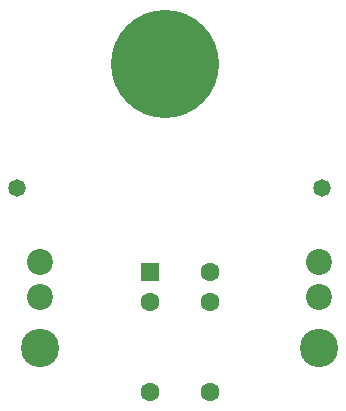
<source format=gts>
G04*
G04 #@! TF.GenerationSoftware,Altium Limited,Altium Designer,18.1.9 (240)*
G04*
G04 Layer_Color=8388736*
%FSLAX44Y44*%
%MOMM*%
G71*
G01*
G75*
%ADD13R,1.6000X1.6000*%
%ADD14C,1.6000*%
%ADD15C,2.2000*%
%ADD16C,3.2480*%
%ADD17C,1.4800*%
%ADD18C,9.1500*%
D13*
X857997Y863616D02*
D03*
D14*
X908797D02*
D03*
Y838216D02*
D03*
X857997D02*
D03*
X908797Y762016D02*
D03*
X857997D02*
D03*
D15*
X764920Y871898D02*
D03*
Y841926D02*
D03*
X1001674Y871898D02*
D03*
Y841926D02*
D03*
D16*
X764920Y798746D02*
D03*
X1001674D02*
D03*
D17*
X1003784Y934223D02*
D03*
X745784D02*
D03*
D18*
X870871Y1039426D02*
D03*
M02*

</source>
